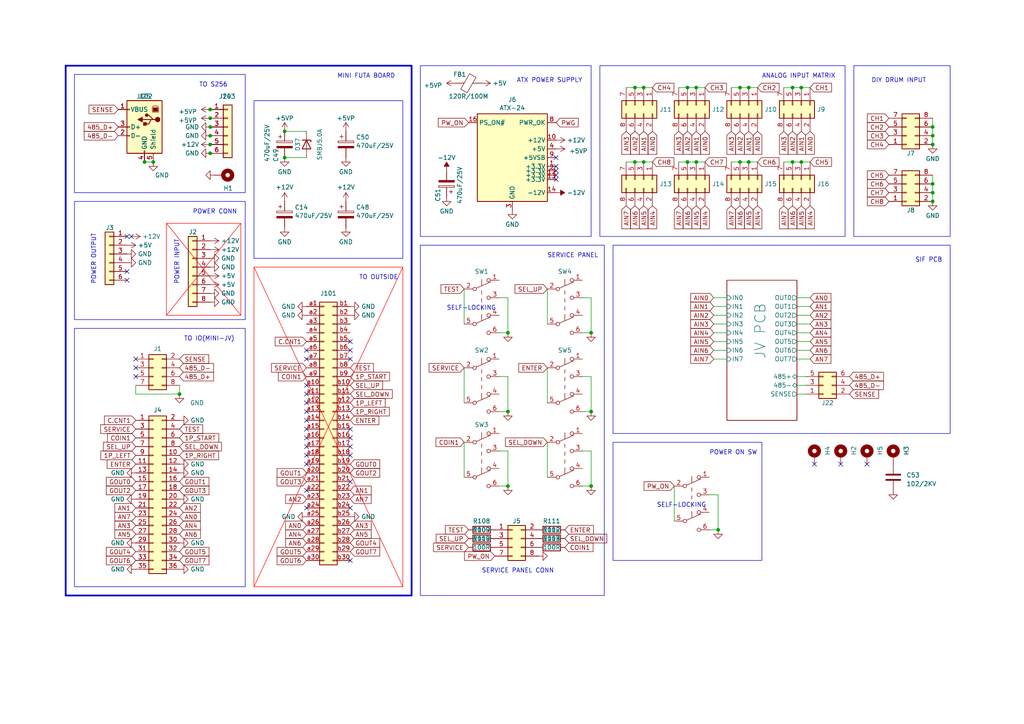
<source format=kicad_sch>
(kicad_sch (version 20230121) (generator eeschema)
  (paper "A4")
  (title_block (title "System 256 REFUTA") (date "2023-10-27") (rev "V13") (company "Analog Dragon"))
  (junction (at 229.87 46.99))
  (junction (at 201.93 46.99))
  (junction (at 60.96 31.75))
  (junction (at 171.45 140.97))
  (junction (at 199.39 25.4))
  (junction (at 171.45 119.38))
  (junction (at 52.07 114.3))
  (junction (at 82.55 38.1))
  (junction (at 82.55 45.72))
  (junction (at 147.32 119.38))
  (junction (at 60.96 39.37))
  (junction (at 270.51 53.34))
  (junction (at 184.15 25.4))
  (junction (at 270.51 58.42))
  (junction (at 229.87 25.4))
  (junction (at 199.39 46.99))
  (junction (at 214.63 46.99))
  (junction (at 270.51 36.83))
  (junction (at 217.17 46.99))
  (junction (at 232.41 46.99))
  (junction (at 201.93 25.4))
  (junction (at 270.51 41.91))
  (junction (at 60.96 41.91))
  (junction (at 44.45 46.99))
  (junction (at 270.51 55.88))
  (junction (at 147.32 96.52))
  (junction (at 171.45 96.52))
  (junction (at 184.15 46.99))
  (junction (at 41.91 46.99))
  (junction (at 186.69 25.4))
  (junction (at 270.51 39.37))
  (junction (at 208.28 153.67))
  (junction (at 186.69 46.99))
  (junction (at 60.96 34.29))
  (junction (at 214.63 25.4))
  (junction (at 217.17 25.4))
  (junction (at 147.32 140.97))
  (junction (at 60.96 36.83))
  (junction (at 232.41 25.4))
  (junction (at 60.96 44.45))
  (no_connect (at 161.29 48.26))
  (no_connect (at 88.9 132.08))
  (no_connect (at 88.9 114.3))
  (no_connect (at 36.83 81.28))
  (no_connect (at 101.6 147.32))
  (no_connect (at 236.22 134.62))
  (no_connect (at 101.6 139.7))
  (no_connect (at 161.29 50.8))
  (no_connect (at 161.29 45.72))
  (no_connect (at 88.9 104.14))
  (no_connect (at 88.9 127))
  (no_connect (at 251.46 134.62))
  (no_connect (at 101.6 127))
  (no_connect (at 101.6 162.56))
  (no_connect (at 39.37 106.68))
  (no_connect (at 39.37 104.14))
  (no_connect (at 88.9 119.38))
  (no_connect (at 88.9 121.92))
  (no_connect (at 101.6 101.6))
  (no_connect (at 243.84 134.62))
  (no_connect (at 88.9 134.62))
  (no_connect (at 88.9 111.76))
  (no_connect (at 101.6 99.06))
  (no_connect (at 38.1 68.58))
  (no_connect (at 39.37 109.22))
  (no_connect (at 101.6 104.14))
  (no_connect (at 161.29 52.07))
  (no_connect (at 88.9 142.24))
  (no_connect (at 101.6 124.46))
  (no_connect (at 88.9 129.54))
  (no_connect (at 88.9 124.46))
  (no_connect (at 101.6 132.08))
  (no_connect (at 101.6 129.54))
  (no_connect (at 88.9 147.32))
  (no_connect (at 88.9 101.6))
  (no_connect (at 88.9 116.84))
  (no_connect (at 161.29 49.53))
  (no_connect (at 36.83 68.58))
  (no_connect (at 36.83 78.74))
  (wire (pts (xy 168.91 130.81) (xy 171.45 130.81)))
  (wire (pts (xy 231.14 86.36) (xy 234.95 86.36)))
  (wire (pts (xy 270.51 34.29) (xy 270.51 36.83)))
  (wire (pts (xy 270.51 55.88) (xy 270.51 58.42)))
  (wire (pts (xy 134.62 106.68) (xy 134.62 116.84)))
  (wire (pts (xy 201.93 46.99) (xy 204.47 46.99)))
  (wire (pts (xy 227.33 46.99) (xy 229.87 46.99)))
  (wire (pts (xy 181.61 46.99) (xy 184.15 46.99)))
  (wire (pts (xy 147.32 96.52) (xy 144.78 96.52)))
  (wire (pts (xy 207.01 86.36) (xy 210.82 86.36)))
  (wire (pts (xy 214.63 25.4) (xy 217.17 25.4)))
  (wire (pts (xy 231.14 114.3) (xy 233.68 114.3)))
  (wire (pts (xy 147.32 109.22) (xy 147.32 119.38)))
  (wire (pts (xy 231.14 91.44) (xy 234.95 91.44)))
  (wire (pts (xy 207.01 101.6) (xy 210.82 101.6)))
  (wire (pts (xy 270.51 36.83) (xy 270.51 39.37)))
  (wire (pts (xy 199.39 46.99) (xy 201.93 46.99)))
  (wire (pts (xy 147.32 140.97) (xy 144.78 140.97)))
  (wire (pts (xy 144.78 86.36) (xy 147.32 86.36)))
  (wire (pts (xy 270.51 53.34) (xy 270.51 55.88)))
  (wire (pts (xy 186.69 25.4) (xy 189.23 25.4)))
  (wire (pts (xy 270.51 39.37) (xy 270.51 41.91)))
  (wire (pts (xy 171.45 96.52) (xy 168.91 96.52)))
  (polyline (pts (xy 116.84 170.18) (xy 73.66 77.47)) (stroke (width 0) (color 255 0 0 1)))
  (wire (pts (xy 205.74 143.51) (xy 208.28 143.51)))
  (wire (pts (xy 171.45 140.97) (xy 168.91 140.97)))
  (wire (pts (xy 208.28 153.67) (xy 205.74 153.67)))
  (wire (pts (xy 52.07 111.76) (xy 52.07 114.3)))
  (wire (pts (xy 134.62 128.27) (xy 134.62 138.43)))
  (wire (pts (xy 207.01 104.14) (xy 210.82 104.14)))
  (wire (pts (xy 207.01 96.52) (xy 210.82 96.52)))
  (wire (pts (xy 144.78 130.81) (xy 147.32 130.81)))
  (wire (pts (xy 229.87 46.99) (xy 232.41 46.99)))
  (wire (pts (xy 207.01 99.06) (xy 210.82 99.06)))
  (wire (pts (xy 147.32 119.38) (xy 144.78 119.38)))
  (wire (pts (xy 207.01 93.98) (xy 210.82 93.98)))
  (wire (pts (xy 231.14 96.52) (xy 234.95 96.52)))
  (wire (pts (xy 201.93 25.4) (xy 204.47 25.4)))
  (polyline (pts (xy 48.26 91.44) (xy 69.85 64.77)) (stroke (width 0) (color 255 0 0 1)))
  (wire (pts (xy 231.14 88.9) (xy 234.95 88.9)))
  (wire (pts (xy 231.14 101.6) (xy 234.95 101.6)))
  (wire (pts (xy 144.78 109.22) (xy 147.32 109.22)))
  (wire (pts (xy 186.69 46.99) (xy 189.23 46.99)))
  (wire (pts (xy 82.55 45.72) (xy 88.9 45.72)))
  (wire (pts (xy 207.01 91.44) (xy 210.82 91.44)))
  (wire (pts (xy 217.17 25.4) (xy 219.71 25.4)))
  (wire (pts (xy 232.41 25.4) (xy 234.95 25.4)))
  (wire (pts (xy 134.62 83.82) (xy 134.62 93.98)))
  (wire (pts (xy 217.17 46.99) (xy 219.71 46.99)))
  (wire (pts (xy 199.39 25.4) (xy 201.93 25.4)))
  (wire (pts (xy 171.45 86.36) (xy 171.45 96.52)))
  (wire (pts (xy 229.87 25.4) (xy 232.41 25.4)))
  (wire (pts (xy 147.32 130.81) (xy 147.32 140.97)))
  (wire (pts (xy 41.91 46.99) (xy 44.45 46.99)))
  (wire (pts (xy 270.51 50.8) (xy 270.51 53.34)))
  (wire (pts (xy 52.07 114.3) (xy 39.37 114.3)))
  (wire (pts (xy 168.91 109.22) (xy 171.45 109.22)))
  (wire (pts (xy 196.85 46.99) (xy 199.39 46.99)))
  (wire (pts (xy 212.09 25.4) (xy 214.63 25.4)))
  (wire (pts (xy 231.14 99.06) (xy 234.95 99.06)))
  (wire (pts (xy 212.09 46.99) (xy 214.63 46.99)))
  (wire (pts (xy 232.41 46.99) (xy 234.95 46.99)))
  (wire (pts (xy 227.33 25.4) (xy 229.87 25.4)))
  (wire (pts (xy 171.45 109.22) (xy 171.45 119.38)))
  (wire (pts (xy 181.61 25.4) (xy 184.15 25.4)))
  (wire (pts (xy 195.58 140.97) (xy 195.58 151.13)))
  (wire (pts (xy 184.15 46.99) (xy 186.69 46.99)))
  (wire (pts (xy 147.32 86.36) (xy 147.32 96.52)))
  (wire (pts (xy 207.01 88.9) (xy 210.82 88.9)))
  (wire (pts (xy 184.15 25.4) (xy 186.69 25.4)))
  (wire (pts (xy 171.45 130.81) (xy 171.45 140.97)))
  (wire (pts (xy 171.45 119.38) (xy 168.91 119.38)))
  (wire (pts (xy 88.9 38.1) (xy 82.55 38.1)))
  (wire (pts (xy 158.75 128.27) (xy 158.75 138.43)))
  (wire (pts (xy 39.37 114.3) (xy 39.37 111.76)))
  (polyline (pts (xy 69.85 91.44) (xy 48.26 64.77)) (stroke (width 0) (color 255 0 0 1)))
  (wire (pts (xy 208.28 143.51) (xy 208.28 153.67)))
  (wire (pts (xy 214.63 46.99) (xy 217.17 46.99)))
  (polyline (pts (xy 73.66 170.18) (xy 116.84 77.47)) (stroke (width 0) (color 255 0 0 1)))
  (wire (pts (xy 231.14 111.76) (xy 233.68 111.76)))
  (wire (pts (xy 168.91 86.36) (xy 171.45 86.36)))
  (wire (pts (xy 196.85 25.4) (xy 199.39 25.4)))
  (wire (pts (xy 231.14 109.22) (xy 233.68 109.22)))
  (wire (pts (xy 231.14 104.14) (xy 234.95 104.14)))
  (wire (pts (xy 158.75 83.82) (xy 158.75 93.98)))
  (wire (pts (xy 158.75 106.68) (xy 158.75 116.84)))
  (wire (pts (xy 231.14 93.98) (xy 234.95 93.98)))
  (rectangle (start 173.99 19.05) (end 245.11 68.58))
  (rectangle (start 21.59 58.42) (end 71.12 92.71))
  (rectangle (start 73.66 29.21) (end 116.84 74.93))
  (rectangle (start 48.26 64.77) (end 69.85 91.44) (stroke (width 0) (color 255 0 0 1)))
  (rectangle (start 121.92 71.12) (end 175.26 172.72))
  (rectangle (start 247.65 19.05) (end 275.59 68.58))
  (rectangle (start 177.8 128.27) (end 220.98 162.56))
  (rectangle (start 19.05 19.05) (end 119.38 172.72) (stroke (width 0.5)))
  (rectangle (start 121.92 19.05) (end 171.45 68.58))
  (rectangle (start 21.59 21.59) (end 71.12 55.88))
  (rectangle (start 21.59 95.25) (end 71.12 170.18))
  (rectangle (start 73.66 77.47) (end 116.84 170.18) (stroke (width 0) (color 255 0 0 1)))
  (rectangle (start 177.8 71.12) (end 275.59 125.73))
  (text "SERVICE PANEL CONN" (at 139.7 166.37 0) (effects (font (size 1.27 1.27)) (justify left bottom)))
  (text "DIY DRUM INPUT" (at 252.73 24.13 0) (effects (font (size 1.27 1.27)) (justify left bottom)))
  (text "SERVICE PANEL" (at 158.75 74.93 0) (effects (font (size 1.27 1.27)) (justify left bottom)))
  (text "ANALOG INPUT MATRIX" (at 220.98 22.86 0) (effects (font (size 1.27 1.27)) (justify left bottom)))
  (text "SELF-LOCKING" (at 129.54 90.17 0) (effects (font (size 1.27 1.27)) (justify left bottom)))
  (text "TO S256" (at 66.04 25.4 0) (effects (font (size 1.27 1.27)) (justify right bottom)))
  (text "SIF PCB" (at 265.43 76.2 0) (effects (font (size 1.27 1.27)) (justify left bottom)))
  (text "MINI FUTA BOARD" (at 97.79 22.86 0) (effects (font (size 1.27 1.27)) (justify left bottom)))
  (text "POWER OUTPUT" (at 27.94 82.55 90) (effects (font (size 1.27 1.27)) (justify left bottom)))
  (text "SELF-LOCKING" (at 190.5 147.32 0) (effects (font (size 1.27 1.27)) (justify left bottom)))
  (text "TO OUTSIDE" (at 104.14 81.28 0) (effects (font (size 1.27 1.27)) (justify left bottom)))
  (text "TO IO(MINI-JV)" (at 53.34 99.06 0) (effects (font (size 1.27 1.27)) (justify left bottom)))
  (text "POWER CONN" (at 55.88 62.23 0) (effects (font (size 1.27 1.27)) (justify left bottom)))
  (text "ATX POWER SUPPLY" (at 149.86 24.13 0) (effects (font (size 1.27 1.27)) (justify left bottom)))
  (text "POWER INPUT" (at 52.07 82.55 90) (effects (font (size 1.27 1.27)) (justify left bottom)))
  (text "POWER ON SW" (at 205.74 132.08 0) (effects (font (size 1.27 1.27)) (justify left bottom)))
  (global_label "AIN5" (shape input) (at 207.01 99.06 180) (property "Intersheetrefs" "${INTERSHEET_REFS}" (effects hide)))
  (global_label "TEST" (shape input) (at 135.89 153.67 180) (property "Intersheetrefs" "${INTERSHEET_REFS}" (effects hide)))
  (global_label "GOUT7" (shape input) (at 52.07 162.56 0) (property "Intersheetrefs" "${INTERSHEET_REFS}" (effects hide)))
  (global_label "AIN6" (shape input) (at 229.87 59.69 270) (property "Intersheetrefs" "${INTERSHEET_REFS}" (effects hide)))
  (global_label "SEL_UP" (shape input) (at 101.6 111.76 0) (property "Intersheetrefs" "${INTERSHEET_REFS}" (effects hide)))
  (global_label "AN6" (shape input) (at 234.95 101.6 0) (property "Intersheetrefs" "${INTERSHEET_REFS}" (effects hide)))
  (global_label "AIN1" (shape input) (at 207.01 88.9 180) (property "Intersheetrefs" "${INTERSHEET_REFS}" (effects hide)))
  (global_label "CH3" (shape input) (at 204.47 25.4 0) (property "Intersheetrefs" "${INTERSHEET_REFS}" (effects hide)))
  (global_label "AN3" (shape input) (at 101.6 152.4 0) (property "Intersheetrefs" "${INTERSHEET_REFS}" (effects hide)))
  (global_label "SERVICE" (shape input) (at 134.62 106.68 180) (property "Intersheetrefs" "${INTERSHEET_REFS}" (effects hide)))
  (global_label "AN5" (shape input) (at 101.6 154.94 0) (property "Intersheetrefs" "${INTERSHEET_REFS}" (effects hide)))
  (global_label "AIN0" (shape input) (at 234.95 38.1 270) (property "Intersheetrefs" "${INTERSHEET_REFS}" (effects hide)))
  (global_label "GOUT1" (shape input) (at 88.9 137.16 180) (property "Intersheetrefs" "${INTERSHEET_REFS}" (effects hide)))
  (global_label "AIN0" (shape input) (at 204.47 38.1 270) (property "Intersheetrefs" "${INTERSHEET_REFS}" (effects hide)))
  (global_label "AIN6" (shape input) (at 184.15 59.69 270) (property "Intersheetrefs" "${INTERSHEET_REFS}" (effects hide)))
  (global_label "COIN1" (shape input) (at 134.62 128.27 180) (property "Intersheetrefs" "${INTERSHEET_REFS}" (effects hide)))
  (global_label "COIN1" (shape input) (at 163.83 158.75 0) (property "Intersheetrefs" "${INTERSHEET_REFS}" (effects hide)))
  (global_label "SENSE" (shape input) (at 34.29 31.75 180) (property "Intersheetrefs" "${INTERSHEET_REFS}" (effects hide)))
  (global_label "SERVICE" (shape input) (at 88.9 106.68 180) (property "Intersheetrefs" "${INTERSHEET_REFS}" (effects hide)))
  (global_label "1P_START" (shape input) (at 101.6 109.22 0) (property "Intersheetrefs" "${INTERSHEET_REFS}" (effects hide)))
  (global_label "AIN2" (shape input) (at 207.01 91.44 180) (property "Intersheetrefs" "${INTERSHEET_REFS}" (effects hide)))
  (global_label "ENTER" (shape input) (at 163.83 153.67 0) (property "Intersheetrefs" "${INTERSHEET_REFS}" (effects hide)))
  (global_label "AIN6" (shape input) (at 214.63 59.69 270) (property "Intersheetrefs" "${INTERSHEET_REFS}" (effects hide)))
  (global_label "ENTER" (shape input) (at 39.37 134.62 180) (property "Intersheetrefs" "${INTERSHEET_REFS}" (effects hide)))
  (global_label "485_D+" (shape input) (at 34.29 36.83 180) (property "Intersheetrefs" "${INTERSHEET_REFS}" (effects hide)))
  (global_label "AN7" (shape input) (at 234.95 104.14 0) (property "Intersheetrefs" "${INTERSHEET_REFS}" (effects hide)))
  (global_label "CH6" (shape input) (at 257.81 53.34 180) (property "Intersheetrefs" "${INTERSHEET_REFS}" (effects hide)))
  (global_label "GOUT2" (shape input) (at 101.6 137.16 0) (property "Intersheetrefs" "${INTERSHEET_REFS}" (effects hide)))
  (global_label "SERVICE" (shape input) (at 39.37 124.46 180) (property "Intersheetrefs" "${INTERSHEET_REFS}" (effects hide)))
  (global_label "AIN4" (shape input) (at 207.01 96.52 180) (property "Intersheetrefs" "${INTERSHEET_REFS}" (effects hide)))
  (global_label "AIN7" (shape input) (at 181.61 59.69 270) (property "Intersheetrefs" "${INTERSHEET_REFS}" (effects hide)))
  (global_label "SEL_UP" (shape input) (at 39.37 129.54 180) (property "Intersheetrefs" "${INTERSHEET_REFS}" (effects hide)))
  (global_label "CH3" (shape input) (at 257.81 39.37 180) (property "Intersheetrefs" "${INTERSHEET_REFS}" (effects hide)))
  (global_label "485_D+" (shape input) (at 52.07 109.22 0) (property "Intersheetrefs" "${INTERSHEET_REFS}" (effects hide)))
  (global_label "AIN7" (shape input) (at 207.01 104.14 180) (property "Intersheetrefs" "${INTERSHEET_REFS}" (effects hide)))
  (global_label "C.CNT1" (shape input) (at 39.37 121.92 180) (property "Intersheetrefs" "${INTERSHEET_REFS}" (effects hide)))
  (global_label "GOUT7" (shape input) (at 101.6 160.02 0) (property "Intersheetrefs" "${INTERSHEET_REFS}" (effects hide)))
  (global_label "AN6" (shape input) (at 88.9 157.48 180) (property "Intersheetrefs" "${INTERSHEET_REFS}" (effects hide)))
  (global_label "PW_ON" (shape input) (at 143.51 161.29 180) (property "Intersheetrefs" "${INTERSHEET_REFS}" (effects hide)))
  (global_label "AIN5" (shape input) (at 232.41 59.69 270) (property "Intersheetrefs" "${INTERSHEET_REFS}" (effects hide)))
  (global_label "AIN4" (shape input) (at 204.47 59.69 270) (property "Intersheetrefs" "${INTERSHEET_REFS}" (effects hide)))
  (global_label "GOUT5" (shape input) (at 52.07 160.02 0) (property "Intersheetrefs" "${INTERSHEET_REFS}" (effects hide)))
  (global_label "AIN7" (shape input) (at 196.85 59.69 270) (property "Intersheetrefs" "${INTERSHEET_REFS}" (effects hide)))
  (global_label "SEL_DOWN" (shape input) (at 163.83 156.21 0) (property "Intersheetrefs" "${INTERSHEET_REFS}" (effects hide)))
  (global_label "SEL_DOWN" (shape input) (at 101.6 114.3 0) (property "Intersheetrefs" "${INTERSHEET_REFS}" (effects hide)))
  (global_label "AIN1" (shape input) (at 201.93 38.1 270) (property "Intersheetrefs" "${INTERSHEET_REFS}" (effects hide)))
  (global_label "GOUT6" (shape input) (at 88.9 162.56 180) (property "Intersheetrefs" "${INTERSHEET_REFS}" (effects hide)))
  (global_label "CH7" (shape input) (at 257.81 55.88 180) (property "Intersheetrefs" "${INTERSHEET_REFS}" (effects hide)))
  (global_label "AIN6" (shape input) (at 199.39 59.69 270) (property "Intersheetrefs" "${INTERSHEET_REFS}" (effects hide)))
  (global_label "AIN7" (shape input) (at 212.09 59.69 270) (property "Intersheetrefs" "${INTERSHEET_REFS}" (effects hide)))
  (global_label "AN0" (shape input) (at 52.07 149.86 0) (property "Intersheetrefs" "${INTERSHEET_REFS}" (effects hide)))
  (global_label "AN1" (shape input) (at 39.37 147.32 180) (property "Intersheetrefs" "${INTERSHEET_REFS}" (effects hide)))
  (global_label "AIN2" (shape input) (at 214.63 38.1 270) (property "Intersheetrefs" "${INTERSHEET_REFS}" (effects hide)))
  (global_label "AIN3" (shape input) (at 181.61 38.1 270) (property "Intersheetrefs" "${INTERSHEET_REFS}" (effects hide)))
  (global_label "GOUT3" (shape input) (at 52.07 142.24 0) (property "Intersheetrefs" "${INTERSHEET_REFS}" (effects hide)))
  (global_label "CH6" (shape input) (at 219.71 46.99 0) (property "Intersheetrefs" "${INTERSHEET_REFS}" (effects hide)))
  (global_label "GOUT4" (shape input) (at 101.6 157.48 0) (property "Intersheetrefs" "${INTERSHEET_REFS}" (effects hide)))
  (global_label "AIN5" (shape input) (at 186.69 59.69 270) (property "Intersheetrefs" "${INTERSHEET_REFS}" (effects hide)))
  (global_label "TEST" (shape input) (at 52.07 124.46 0) (property "Intersheetrefs" "${INTERSHEET_REFS}" (effects hide)))
  (global_label "AN0" (shape input) (at 234.95 86.36 0) (property "Intersheetrefs" "${INTERSHEET_REFS}" (effects hide)))
  (global_label "CH1" (shape input) (at 257.81 34.29 180) (property "Intersheetrefs" "${INTERSHEET_REFS}" (effects hide)))
  (global_label "GOUT2" (shape input) (at 39.37 142.24 180) (property "Intersheetrefs" "${INTERSHEET_REFS}" (effects hide)))
  (global_label "GOUT5" (shape input) (at 88.9 160.02 180) (property "Intersheetrefs" "${INTERSHEET_REFS}" (effects hide)))
  (global_label "CH8" (shape input) (at 257.81 58.42 180) (property "Intersheetrefs" "${INTERSHEET_REFS}" (effects hide)))
  (global_label "485_D-" (shape input) (at 246.38 111.76 0) (property "Intersheetrefs" "${INTERSHEET_REFS}" (effects hide)))
  (global_label "C.CNT1" (shape input) (at 88.9 99.06 180) (property "Intersheetrefs" "${INTERSHEET_REFS}" (effects hide)))
  (global_label "CH7" (shape input) (at 204.47 46.99 0) (property "Intersheetrefs" "${INTERSHEET_REFS}" (effects hide)))
  (global_label "1P_LEFT" (shape input) (at 101.6 116.84 0) (property "Intersheetrefs" "${INTERSHEET_REFS}" (effects hide)))
  (global_label "AIN7" (shape input) (at 227.33 59.69 270) (property "Intersheetrefs" "${INTERSHEET_REFS}" (effects hide)))
  (global_label "AN1" (shape input) (at 101.6 142.24 0) (property "Intersheetrefs" "${INTERSHEET_REFS}" (effects hide)))
  (global_label "CH4" (shape input) (at 257.81 41.91 180) (property "Intersheetrefs" "${INTERSHEET_REFS}" (effects hide)))
  (global_label "AIN5" (shape input) (at 201.93 59.69 270) (property "Intersheetrefs" "${INTERSHEET_REFS}" (effects hide)))
  (global_label "SENSE" (shape input) (at 52.07 104.14 0) (property "Intersheetrefs" "${INTERSHEET_REFS}" (effects hide)))
  (global_label "COIN1" (shape input) (at 39.37 127 180) (property "Intersheetrefs" "${INTERSHEET_REFS}" (effects hide)))
  (global_label "AIN3" (shape input) (at 207.01 93.98 180) (property "Intersheetrefs" "${INTERSHEET_REFS}" (effects hide)))
  (global_label "ENTER" (shape input) (at 101.6 121.92 0) (property "Intersheetrefs" "${INTERSHEET_REFS}" (effects hide)))
  (global_label "AN1" (shape input) (at 234.95 88.9 0) (property "Intersheetrefs" "${INTERSHEET_REFS}" (effects hide)))
  (global_label "CH2" (shape input) (at 219.71 25.4 0) (property "Intersheetrefs" "${INTERSHEET_REFS}" (effects hide)))
  (global_label "GOUT4" (shape input) (at 39.37 160.02 180) (property "Intersheetrefs" "${INTERSHEET_REFS}" (effects hide)))
  (global_label "AIN5" (shape input) (at 217.17 59.69 270) (property "Intersheetrefs" "${INTERSHEET_REFS}" (effects hide)))
  (global_label "AN4" (shape input) (at 52.07 152.4 0) (property "Intersheetrefs" "${INTERSHEET_REFS}" (effects hide)))
  (global_label "AIN0" (shape input) (at 219.71 38.1 270) (property "Intersheetrefs" "${INTERSHEET_REFS}" (effects hide)))
  (global_label "AN2" (shape input) (at 52.07 147.32 0) (property "Intersheetrefs" "${INTERSHEET_REFS}" (effects hide)))
  (global_label "AN2" (shape input) (at 88.9 144.78 180) (property "Intersheetrefs" "${INTERSHEET_REFS}" (effects hide)))
  (global_label "485_D-" (shape input) (at 52.07 106.68 0) (property "Intersheetrefs" "${INTERSHEET_REFS}" (effects hide)))
  (global_label "AN5" (shape input) (at 39.37 154.94 180) (property "Intersheetrefs" "${INTERSHEET_REFS}" (effects hide)))
  (global_label "CH2" (shape input) (at 257.81 36.83 180) (property "Intersheetrefs" "${INTERSHEET_REFS}" (effects hide)))
  (global_label "AN3" (shape input) (at 234.95 93.98 0) (property "Intersheetrefs" "${INTERSHEET_REFS}" (effects hide)))
  (global_label "SEL_UP" (shape input) (at 158.75 83.82 180) (property "Intersheetrefs" "${INTERSHEET_REFS}" (effects hide)))
  (global_label "AIN1" (shape input) (at 186.69 38.1 270) (property "Intersheetrefs" "${INTERSHEET_REFS}" (effects hide)))
  (global_label "GOUT0" (shape input) (at 39.37 139.7 180) (property "Intersheetrefs" "${INTERSHEET_REFS}" (effects hide)))
  (global_label "AIN2" (shape input) (at 184.15 38.1 270) (property "Intersheetrefs" "${INTERSHEET_REFS}" (effects hide)))
  (global_label "GOUT3" (shape input) (at 88.9 139.7 180) (property "Intersheetrefs" "${INTERSHEET_REFS}" (effects hide)))
  (global_label "CH8" (shape input) (at 189.23 46.99 0) (property "Intersheetrefs" "${INTERSHEET_REFS}" (effects hide)))
  (global_label "485_D+" (shape input) (at 246.38 109.22 0) (property "Intersheetrefs" "${INTERSHEET_REFS}" (effects hide)))
  (global_label "SENSE" (shape input) (at 246.38 114.3 0) (property "Intersheetrefs" "${INTERSHEET_REFS}" (effects hide)))
  (global_label "AIN0" (shape input) (at 207.01 86.36 180) (property "Intersheetrefs" "${INTERSHEET_REFS}" (effects hide)))
  (global_label "AIN2" (shape input) (at 199.39 38.1 270) (property "Intersheetrefs" "${INTERSHEET_REFS}" (effects hide)))
  (global_label "AN4" (shape input) (at 88.9 154.94 180) (property "Intersheetrefs" "${INTERSHEET_REFS}" (effects hide)))
  (global_label "CH5" (shape input) (at 257.81 50.8 180) (property "Intersheetrefs" "${INTERSHEET_REFS}" (effects hide)))
  (global_label "485_D-" (shape input) (at 34.29 39.37 180) (property "Intersheetrefs" "${INTERSHEET_REFS}" (effects hide)))
  (global_label "AN7" (shape input) (at 39.37 149.86 180) (property "Intersheetrefs" "${INTERSHEET_REFS}" (effects hide)))
  (global_label "COIN1" (shape input) (at 88.9 109.22 180) (property "Intersheetrefs" "${INTERSHEET_REFS}" (effects hide)))
  (global_label "1P_RIGHT" (shape input) (at 101.6 119.38 0) (property "Intersheetrefs" "${INTERSHEET_REFS}" (effects hide)))
  (global_label "GOUT6" (shape input) (at 39.37 162.56 180) (property "Intersheetrefs" "${INTERSHEET_REFS}" (effects hide)))
  (global_label "AIN1" (shape input) (at 217.17 38.1 270) (property "Intersheetrefs" "${INTERSHEET_REFS}" (effects hide)))
  (global_label "SERVICE" (shape input) (at 135.89 158.75 180) (property "Intersheetrefs" "${INTERSHEET_REFS}" (effects hide)))
  (global_label "ENTER" (shape input) (at 158.75 106.68 180) (property "Intersheetrefs" "${INTERSHEET_REFS}" (effects hide)))
  (global_label "1P_START" (shape input) (at 52.07 127 0) (property "Intersheetrefs" "${INTERSHEET_REFS}" (effects hide)))
  (global_label "AN3" (shape input) (at 39.37 152.4 180) (property "Intersheetrefs" "${INTERSHEET_REFS}" (effects hide)))
  (global_label "AIN3" (shape input) (at 196.85 38.1 270) (property "Intersheetrefs" "${INTERSHEET_REFS}" (effects hide)))
  (global_label "PW_ON" (shape input) (at 195.58 140.97 180) (property "Intersheetrefs" "${INTERSHEET_REFS}" (effects hide)))
  (global_label "AIN2" (shape input) (at 229.87 38.1 270) (property "Intersheetrefs" "${INTERSHEET_REFS}" (effects hide)))
  (global_label "GOUT0" (shape input) (at 101.6 134.62 0) (property "Intersheetrefs" "${INTERSHEET_REFS}" (effects hide)))
  (global_label "SEL_DOWN" (shape input) (at 52.07 129.54 0) (property "Intersheetrefs" "${INTERSHEET_REFS}" (effects hide)))
  (global_label "AIN3" (shape input) (at 212.09 38.1 270) (property "Intersheetrefs" "${INTERSHEET_REFS}" (effects hide)))
  (global_label "CH5" (shape input) (at 234.95 46.99 0) (property "Intersheetrefs" "${INTERSHEET_REFS}" (effects hide)))
  (global_label "1P_RIGHT" (shape input) (at 52.07 132.08 0) (property "Intersheetrefs" "${INTERSHEET_REFS}" (effects hide)))
  (global_label "AIN0" (shape input) (at 189.23 38.1 270) (property "Intersheetrefs" "${INTERSHEET_REFS}" (effects hide)))
  (global_label "AN4" (shape input) (at 234.95 96.52 0) (property "Intersheetrefs" "${INTERSHEET_REFS}" (effects hide)))
  (global_label "1P_LEFT" (shape input) (at 39.37 132.08 180) (property "Intersheetrefs" "${INTERSHEET_REFS}" (effects hide)))
  (global_label "PW_ON" (shape input) (at 135.89 35.56 180) (property "Intersheetrefs" "${INTERSHEET_REFS}" (effects hide)))
  (global_label "SEL_DOWN" (shape input) (at 158.75 128.27 180) (property "Intersheetrefs" "${INTERSHEET_REFS}" (effects hide)))
  (global_label "AN0" (shape input) (at 88.9 152.4 180) (property "Intersheetrefs" "${INTERSHEET_REFS}" (effects hide)))
  (global_label "PWG" (shape input) (at 161.29 35.56 0) (property "Intersheetrefs" "${INTERSHEET_REFS}" (effects hide)))
  (global_label "GOUT1" (shape input) (at 52.07 139.7 0) (property "Intersheetrefs" "${INTERSHEET_REFS}" (effects hide)))
  (global_label "AIN4" (shape input) (at 219.71 59.69 270) (property "Intersheetrefs" "${INTERSHEET_REFS}" (effects hide)))
  (global_label "AN7" (shape input) (at 101.6 144.78 0) (property "Intersheetrefs" "${INTERSHEET_REFS}" (effects hide)))
  (global_label "AIN3" (shape input) (at 227.33 38.1 270) (property "Intersheetrefs" "${INTERSHEET_REFS}" (effects hide)))
  (global_label "AN5" (shape input) (at 234.95 99.06 0) (property "Intersheetrefs" "${INTERSHEET_REFS}" (effects hide)))
  (global_label "AN6" (shape input) (at 52.07 154.94 0) (property "Intersheetrefs" "${INTERSHEET_REFS}" (effects hide)))
  (global_label "AIN6" (shape input) (at 207.01 101.6 180) (property "Intersheetrefs" "${INTERSHEET_REFS}" (effects hide)))
  (global_label "TEST" (shape input) (at 134.62 83.82 180) (property "Intersheetrefs" "${INTERSHEET_REFS}" (effects hide)))
  (global_label "SEL_UP" (shape input) (at 135.89 156.21 180) (property "Intersheetrefs" "${INTERSHEET_REFS}" (effects hide)))
  (global_label "AIN4" (shape input) (at 189.23 59.69 270) (property "Intersheetrefs" "${INTERSHEET_REFS}" (effects hide)))
  (global_label "AIN1" (shape input) (at 232.41 38.1 270) (property "Intersheetrefs" "${INTERSHEET_REFS}" (effects hide)))
  (global_label "CH1" (shape input) (at 234.95 25.4 0) (property "Intersheetrefs" "${INTERSHEET_REFS}" (effects hide)))
  (global_label "AIN4" (shape input) (at 234.95 59.69 270) (property "Intersheetrefs" "${INTERSHEET_REFS}" (effects hide)))
  (global_label "AN2" (shape input) (at 234.95 91.44 0) (property "Intersheetrefs" "${INTERSHEET_REFS}" (effects hide)))
  (global_label "TEST" (shape input) (at 101.6 106.68 0) (property "Intersheetrefs" "${INTERSHEET_REFS}" (effects hide)))
  (global_label "CH4" (shape input) (at 189.23 25.4 0) (property "Intersheetrefs" "${INTERSHEET_REFS}" (effects hide)))
  (symbol (lib_id "Switch:SW_Push_DPDT") (at 163.83 133.35 0) (unit 1)
    (property "Reference" "SW6" (effects hide))
    (property "Value" "SW_Push_DPDT" (effects hide))
    (property "Footprint" "NewLib:switch_6x6" (effects hide))
  )
  (symbol (lib_id "Connector_Generic:Conn_02x18_Odd_Even") (at 44.45 142.24 0) (unit 1)
    (property "Reference" "J4" (at 45.72 118.9299 0))
    (property "Value" "Conn_02x18_Odd_Even" (effects hide))
    (property "Footprint" "NewLib:B36B-XADSS-N-A" (effects hide))
  )
  (symbol (lib_id "Device:C_Polarized") (at 129.54 53.34 180) (unit 1)
    (property "Reference" "C51" (at 127 54.61 90) (effects (justify left)))
    (property "Value" "470uF/25V" (at 133.35 48.26 90) (effects (justify left)))
    (property "Footprint" "Capacitor_THT:CP_Radial_D8.0mm_P3.50mm" (effects hide))
  )
  (symbol (lib_id "power:+5V") (at 60.96 82.55 270) (mirror x) (unit 1)
    (property "Reference" "#PWR018" (effects hide))
    (property "Value" "+5V" (at 64.1349 82.55 90) (effects (justify left)))
  )
  (symbol (lib_id "power:GND") (at 52.07 157.48 90) (mirror x) (unit 1)
    (property "Reference" "#PWR032" (effects hide))
    (property "Value" "GND" (at 55.245 157.48 90) (effects (justify right)))
  )
  (symbol (lib_id "power:+12V") (at 60.96 72.39 270) (mirror x) (unit 1)
    (property "Reference" "#PWR012" (effects hide))
    (property "Value" "+12V" (at 64.135 72.39 90) (effects (justify left)))
  )
  (symbol (lib_id "power:+12V") (at 100.33 58.42 0) (mirror y) (unit 1)
    (property "Reference" "#PWR0160" (effects hide))
    (property "Value" "+12V" (at 100.33 54.2869 0))
  )
  (symbol (lib_id "Device:C_Polarized") (at 100.33 41.91 0) (unit 1)
    (property "Reference" "C50" (at 103.251 39.8089 0) (effects (justify left)))
    (property "Value" "470uF/25V" (at 103.251 42.2331 0) (effects (justify left)))
    (property "Footprint" "Capacitor_THT:CP_Radial_D8.0mm_P3.50mm" (effects hide))
  )
  (symbol (lib_id "power:GND") (at 270.51 58.42 0) (unit 1)
    (property "Reference" "#PWR05" (effects hide))
    (property "Value" "GND" (at 270.51 62.5531 0))
  )
  (symbol (lib_id "power:+12V") (at 82.55 58.42 0) (mirror y) (unit 1)
    (property "Reference" "#PWR0153" (effects hide))
    (property "Value" "+12V" (at 82.55 54.2869 0))
  )
  (symbol (lib_id "Connector_Generic:Conn_02x04_Odd_Even") (at 262.89 39.37 0) (mirror x) (unit 1)
    (property "Reference" "J7" (at 264.16 44.45 0))
    (property "Value" "Conn_02x04_Counter_Clockwise" (effects hide))
    (property "Footprint" "Connector_IDC:IDC-Header_2x04_P2.54mm_Vertical" (effects hide))
  )
  (symbol (lib_id "power:GND") (at 171.45 96.52 0) (unit 1)
    (property "Reference" "#PWR044" (effects hide))
    (property "Value" "GND" (effects hide))
  )
  (symbol (lib_id "power:GND") (at 88.9 88.9 270) (mirror x) (unit 1)
    (property "Reference" "#PWR035" (effects hide))
    (property "Value" "GND" (at 85.7251 88.9 90) (effects (justify right)))
  )
  (symbol (lib_id "Connector_Generic:Conn_02x30_Row_Letter_First") (at 93.98 124.46 0) (unit 1) (in_bom no) (on_board no)
    (property "Reference" "J101" (at 95.25 85.09 0))
    (property "Value" "Conn_02x30_Row_Letter_First" (effects hide))
    (property "Footprint" "Connector_IDC:IDC-Header_2x30_P2.54mm_Latch6.5mm_Vertical" (effects hide))
  )
  (symbol (lib_id "Device:R") (at 160.02 156.21 90) (unit 1)
    (property "Reference" "R112" (at 162.56 153.67 90) (effects (justify left)))
    (property "Value" "100R" (at 162.56 156.21 90) (effects (justify left)))
    (property "Footprint" "Resistor_SMD:R_0603_1608Metric" (effects hide))
  )
  (symbol (lib_id "Mechanical:MountingHole_Pad") (at 243.84 132.08 0) (unit 1)
    (property "Reference" "H2" (at 247.65 132.08 90) (effects (justify left)))
    (property "Value" "MINI-JV" (effects hide))
    (property "Footprint" "MountingHole:MountingHole_3.2mm_M3_DIN965_Pad" (effects hide))
  )
  (symbol (lib_id "Mechanical:MountingHole_Pad") (at 259.08 132.08 0) (unit 1)
    (property "Reference" "H3" (at 262.89 132.08 90) (effects (justify left)))
    (property "Value" "MINI-JV" (effects hide))
    (property "Footprint" "MountingHole:MountingHole_3.2mm_M3_DIN965_Pad" (effects hide))
  )
  (symbol (lib_id "Connector_Generic:Conn_02x04_Odd_Even") (at 201.93 30.48 270) (unit 1)
    (property "Reference" "J12" (at 206.502 31.75 90) (effects (justify left)))
    (property "Value" "Conn_02x04_Counter_Clockwise" (effects hide))
    (property "Footprint" "Connector_PinHeader_2.54mm:PinHeader_2x04_P2.54mm_Vertical" (effects hide))
  )
  (symbol (lib_id "power:GND") (at 156.21 161.29 90) (unit 1)
    (property "Reference" "#PWR048" (effects hide))
    (property "Value" "GND" (effects hide))
  )
  (symbol (lib_id "Switch:SW_Push_DPDT") (at 139.7 88.9 0) (unit 1)
    (property "Reference" "SW1" (at 139.7 78.74 0))
    (property "Value" "SW_Push_DPDT" (effects hide))
    (property "Footprint" "NewLib:switch_6x6" (effects hide))
  )
  (symbol (lib_id "power:-12V") (at 161.29 55.88 270) (unit 1)
    (property "Reference" "#PWR0195" (effects hide))
    (property "Value" "-12V" (at 164.465 55.88 90) (effects (justify left)))
  )
  (symbol (lib_id "power:GND") (at 100.33 45.72 0) (mirror y) (unit 1)
    (property "Reference" "#PWR0166" (effects hide))
    (property "Value" "GND" (at 100.33 49.8531 0))
  )
  (symbol (lib_id "Connector_Generic:Conn_02x04_Odd_Even") (at 44.45 106.68 0) (unit 1)
    (property "Reference" "J1" (at 45.72 101.1499 0))
    (property "Value" "Conn_02x04_Odd_Even" (effects hide))
    (property "Footprint" "NewLib:B08B-XADSS-N-A" (effects hide))
  )
  (symbol (lib_id "Connector:ATX-24") (at 148.59 45.72 0) (unit 1)
    (property "Reference" "J6" (at 148.59 28.8757 0))
    (property "Value" "ATX-24" (at 148.59 31.2999 0))
    (property "Footprint" "NewLib:5557-2x12" (effects hide))
    (property "Datasheet" "https://www.intel.com/content/dam/www/public/us/en/documents/guides/power-supply-design-guide-june.pdf#page=33" (effects hide))
  )
  (symbol (lib_id "power:GND") (at 88.9 91.44 270) (mirror x) (unit 1)
    (property "Reference" "#PWR036" (effects hide))
    (property "Value" "GND" (at 85.7251 91.44 90) (effects (justify right)))
  )
  (symbol (lib_id "power:+5VP") (at 60.96 34.29 90) (unit 1)
    (property "Reference" "#PWR0102" (effects hide))
    (property "Value" "+5VP" (at 57.15 34.925 90) (effects (justify left)))
  )
  (symbol (lib_id "Device:R") (at 139.7 158.75 90) (unit 1)
    (property "Reference" "R110" (at 142.24 156.21 90) (effects (justify left)))
    (property "Value" "100R" (at 142.24 158.75 90) (effects (justify left)))
    (property "Footprint" "Resistor_SMD:R_0603_1608Metric" (effects hide))
  )
  (symbol (lib_id "Connector_Generic:Conn_02x04_Odd_Even") (at 232.41 52.07 270) (unit 1)
    (property "Reference" "J16" (at 236.982 53.34 90) (effects (justify left)))
    (property "Value" "Conn_02x04_Counter_Clockwise" (effects hide))
    (property "Footprint" "Connector_PinHeader_2.54mm:PinHeader_2x04_P2.54mm_Vertical" (effects hide))
  )
  (symbol (lib_id "Connector_Generic:Conn_02x04_Odd_Even") (at 232.41 30.48 270) (unit 1)
    (property "Reference" "J9" (at 236.982 31.75 90) (effects (justify left)))
    (property "Value" "Conn_02x04_Counter_Clockwise" (effects hide))
    (property "Footprint" "Connector_PinHeader_2.54mm:PinHeader_2x04_P2.54mm_Vertical" (effects hide))
  )
  (symbol (lib_id "Connector:USB_B") (at 41.91 36.83 0) (mirror y) (unit 1)
    (property "Reference" "J102" (at 41.91 27.94 0))
    (property "Value" "USB_B" (effects hide))
    (property "Footprint" "Connector_USB:USB_B_TE_5787834_Vertical" (effects hide))
    (property "Datasheet" " ~" (effects hide))
  )
  (symbol (lib_id "power:GND") (at 39.37 144.78 270) (mirror x) (unit 1)
    (property "Reference" "#PWR029" (effects hide))
    (property "Value" "GND" (at 36.1951 144.78 90) (effects (justify right)))
  )
  (symbol (lib_id "power:+5V") (at 36.83 71.12 270) (mirror x) (unit 1)
    (property "Reference" "#PWR021" (effects hide))
    (property "Value" "+5V" (at 40.0049 71.12 90) (effects (justify left)))
  )
  (symbol (lib_id "Switch:SW_Push_DPDT") (at 163.83 111.76 0) (unit 1)
    (property "Reference" "SW5" (at 163.83 101.6 0))
    (property "Value" "SW_Push_DPDT" (effects hide))
    (property "Footprint" "NewLib:switch_6x6" (effects hide))
  )
  (symbol (lib_id "power:+5V") (at 60.96 80.01 270) (mirror x) (unit 1)
    (property "Reference" "#PWR017" (effects hide))
    (property "Value" "+5V" (at 64.1349 80.01 90) (effects (justify left)))
  )
  (symbol (lib_id "power:GND") (at 208.28 153.67 0) (unit 1)
    (property "Reference" "#PWR0171" (effects hide))
    (property "Value" "GND" (effects hide))
  )
  (symbol (lib_id "power:GND") (at 82.55 45.72 0) (mirror y) (unit 1)
    (property "Reference" "#PWR0165" (effects hide))
    (property "Value" "GND" (at 82.55 49.8531 0))
  )
  (symbol (lib_id "Device:R") (at 160.02 158.75 90) (unit 1)
    (property "Reference" "R113" (at 162.56 156.21 90) (effects (justify left)))
    (property "Value" "100R" (at 162.56 158.75 90) (effects (justify left)))
    (property "Footprint" "Resistor_SMD:R_0603_1608Metric" (effects hide))
  )
  (symbol (lib_id "Mechanical:MountingHole_Pad") (at 64.77 50.8 270) (unit 1)
    (property "Reference" "H1" (at 64.77 54.61 90) (effects (justify left)))
    (property "Value" "MINI-JV" (effects hide))
    (property "Footprint" "MountingHole:MountingHole_3.2mm_M3_DIN965_Pad" (effects hide))
  )
  (symbol (lib_id "Device:C_Polarized") (at 82.55 62.23 0) (unit 1)
    (property "Reference" "C14" (at 85.471 60.1289 0) (effects (justify left)))
    (property "Value" "470uF/25V" (at 85.471 62.5531 0) (effects (justify left)))
    (property "Footprint" "Capacitor_THT:CP_Radial_D8.0mm_P3.50mm" (effects hide))
  )
  (symbol (lib_id "power:GND") (at 52.07 165.1 90) (mirror x) (unit 1)
    (property "Reference" "#PWR034" (effects hide))
    (property "Value" "GND" (at 55.245 165.1 90) (effects (justify right)))
  )
  (symbol (lib_id "power:GND") (at 60.96 39.37 270) (unit 1)
    (property "Reference" "#PWR0101" (effects hide))
    (property "Value" "GND" (at 57.7851 39.37 90) (effects (justify right)))
  )
  (symbol (lib_id "power:GND") (at 60.96 74.93 90) (mirror x) (unit 1)
    (property "Reference" "#PWR013" (effects hide))
    (property "Value" "GND" (at 64.1349 74.93 90) (effects (justify right)))
  )
  (symbol (lib_id "power:+5VP") (at 161.29 43.18 270) (unit 1)
    (property "Reference" "#PWR024" (effects hide))
    (property "Value" "+5VP" (at 165.1 43.815 90) (effects (justify left)))
  )
  (symbol (lib_id "Switch:SW_Push_DPDT") (at 200.66 146.05 0) (unit 1)
    (property "Reference" "SW8" (effects hide))
    (property "Value" "SW_Push_DPDT" (effects hide))
    (property "Footprint" "NewLib:switch_6x6" (effects hide))
  )
  (symbol (lib_id "power:-12V") (at 129.54 49.53 0) (unit 1)
    (property "Reference" "#PWR047" (effects hide))
    (property "Value" "-12V" (at 129.54 45.72 0))
  )
  (symbol (lib_id "power:GND") (at 52.07 114.3 0) (mirror y) (unit 1)
    (property "Reference" "#PWR022" (effects hide))
    (property "Value" "GND" (at 57.15 116.84 0))
  )
  (symbol (lib_id "Switch:SW_Push_DPDT") (at 139.7 111.76 0) (unit 1)
    (property "Reference" "SW2" (at 139.7 101.6 0))
    (property "Value" "SW_Push_DPDT" (effects hide))
    (property "Footprint" "NewLib:switch_6x6" (effects hide))
  )
  (symbol (lib_id "power:+5V") (at 139.7 24.13 270) (mirror x) (unit 1)
    (property "Reference" "#PWR0180" (effects hide))
    (property "Value" "+5V" (at 142.8749 24.13 90) (effects (justify left)))
  )
  (symbol (lib_id "power:GND") (at 60.96 85.09 90) (mirror x) (unit 1)
    (property "Reference" "#PWR015" (effects hide))
    (property "Value" "GND" (at 64.1349 85.09 90) (effects (justify right)))
  )
  (symbol (lib_id "power:+5VP") (at 60.96 31.75 90) (unit 1)
    (property "Reference" "#PWR06" (effects hide))
    (property "Value" "+5VP" (at 57.15 32.385 90) (effects (justify left)))
  )
  (symbol (lib_id "Connector_Generic:Conn_01x06") (at 31.75 73.66 0) (mirror y) (unit 1)
    (property "Reference" "J3" (at 33.02 66.04 0) (effects (justify left)))
    (property "Value" "Conn_01x06" (effects hide))
    (property "Footprint" "Connector_JST:JST_VH_B6P-VH_1x06_P3.96mm_Vertical" (effects hide))
  )
  (symbol (lib_id "Device:R") (at 160.02 153.67 90) (unit 1)
    (property "Reference" "R111" (at 162.56 151.13 90) (effects (justify left)))
    (property "Value" "100R" (at 162.56 153.67 90) (effects (justify left)))
    (property "Footprint" "Resistor_SMD:R_0603_1608Metric" (effects hide))
  )
  (symbol (lib_id "power:GND") (at 44.45 46.99 0) (unit 1)
    (property "Reference" "#PWR023" (effects hide))
    (property "Value" "GND" (at 46.99 50.8 0))
  )
  (symbol (lib_id "power:GND") (at 129.54 57.15 0) (mirror y) (unit 1)
    (property "Reference" "#PWR0172" (effects hide))
    (property "Value" "GND" (at 129.54 61.2831 0))
  )
  (symbol (lib_id "power:GND") (at 171.45 119.38 0) (unit 1)
    (property "Reference" "#PWR045" (effects hide))
    (property "Value" "GND" (effects hide))
  )
  (symbol (lib_id "power:GND") (at 39.37 157.48 270) (mirror x) (unit 1)
    (property "Reference" "#PWR031" (effects hide))
    (property "Value" "GND" (at 36.1951 157.48 90) (effects (justify right)))
  )
  (symbol (lib_id "Connector_Generic:Conn_02x04_Odd_Even") (at 217.17 52.07 270) (unit 1)
    (property "Reference" "J15" (at 221.742 53.34 90) (effects (justify left)))
    (property "Value" "Conn_02x04_Counter_Clockwise" (effects hide))
    (property "Footprint" "Connector_PinHeader_2.54mm:PinHeader_2x04_P2.54mm_Vertical" (effects hide))
  )
  (symbol (lib_id "power:GND") (at 148.59 60.96 0) (unit 1)
    (property "Reference" "#PWR01" (effects hide))
    (property "Value" "GND" (at 148.59 65.0931 0))
  )
  (symbol (lib_id "power:GND") (at 147.32 140.97 0) (unit 1)
    (property "Reference" "#PWR043" (effects hide))
    (property "Value" "GND" (effects hide))
  )
  (symbol (lib_id "power:GND") (at 52.07 137.16 90) (mirror x) (unit 1)
    (property "Reference" "#PWR028" (effects hide))
    (property "Value" "GND" (at 55.245 137.16 90) (effects (justify right)))
  )
  (symbol (lib_id "power:+12V") (at 60.96 69.85 270) (mirror x) (unit 1)
    (property "Reference" "#PWR011" (effects hide))
    (property "Value" "+12V" (at 64.135 69.85 90) (effects (justify left)))
  )
  (symbol (lib_id "Connector_Generic:Conn_01x06") (at 66.04 36.83 0) (unit 1)
    (property "Reference" "J103" (at 63.5 27.94 0) (effects (justify left)))
    (property "Value" "Conn_01x06" (effects hide))
    (property "Footprint" "Connector_JST:JST_VH_B6P-VH_1x06_P3.96mm_Vertical" (effects hide))
  )
  (symbol (lib_id "Connector_Generic:Conn_02x03_Odd_Even") (at 238.76 111.76 0) (mirror x) (unit 1)
    (property "Reference" "J22" (at 240.03 116.84 0))
    (property "Value" "Conn_02x02_Odd_Even" (effects hide))
    (property "Footprint" "Connector_PinHeader_2.54mm:PinHeader_2x03_P2.54mm_Vertical" (effects hide))
  )
  (symbol (lib_id "power:GND") (at 36.83 73.66 90) (mirror x) (unit 1)
    (property "Reference" "#PWR019" (effects hide))
    (property "Value" "GND" (at 40.0049 73.66 90) (effects (justify right)))
  )
  (symbol (lib_id "Switch:SW_Push_DPDT") (at 163.83 88.9 0) (unit 1)
    (property "Reference" "SW4" (at 163.83 78.74 0))
    (property "Value" "SW_Push_DPDT" (effects hide))
    (property "Footprint" "NewLib:switch_6x6" (effects hide))
  )
  (symbol (lib_id "Device:D_Zener") (at 88.9 41.91 270) (unit 1)
    (property "Reference" "D37" (at 86.36 41.91 0))
    (property "Value" "SMBJ5.0A" (at 92.71 41.91 0))
    (property "Footprint" "Diode_SMD:D_SMB" (effects hide))
  )
  (symbol (lib_id "power:+12V") (at 38.1 68.58 270) (mirror x) (unit 1)
    (property "Reference" "#PWR010" (effects hide))
    (property "Value" "+12V" (at 41.275 68.58 90) (effects (justify left)))
  )
  (symbol (lib_id "Device:R") (at 139.7 156.21 90) (unit 1)
    (property "Reference" "R109" (at 142.24 153.67 90) (effects (justify left)))
    (property "Value" "100R" (at 142.24 156.21 90) (effects (justify left)))
    (property "Footprint" "Resistor_SMD:R_0603_1608Metric" (effects hide))
  )
  (symbol (lib_id "Device:FerriteBead") (at 135.89 24.13 90) (unit 1)
    (property "Reference" "FB1" (at 133.35 21.59 90))
    (property "Value" "120R/100M" (at 135.89 27.94 90))
    (property "Footprint" "Resistor_SMD:R_0805_2012Metric" (effects hide))
  )
  (symbol (lib_id "Connector:USB_B") (at 41.91 36.83 0) (mirror y) (unit 1)
    (property "Reference" "J25" (at 41.91 27.94 0))
    (property "Value" "USB_B" (effects hide))
    (property "Footprint" "Connector_USB:USB_B_OST_USB-B1HSxx_Horizontal" (effects hide))
    (property "Datasheet" " ~" (effects hide))
  )
  (symbol (lib_id "Connector_Generic:Conn_02x04_Odd_Even") (at 262.89 55.88 0) (mirror x) (unit 1)
    (property "Reference" "J8" (at 264.16 60.96 0))
    (property "Value" "Conn_02x04_Counter_Clockwise" (effects hide))
    (property "Footprint" "Connector_IDC:IDC-Header_2x04_P2.54mm_Vertical" (effects hide))
  )
  (symbol (lib_id "power:GND") (at 39.37 137.16 270) (mirror x) (unit 1)
    (property "Reference" "#PWR027" (effects hide))
    (property "Value" "GND" (at 36.1951 137.16 90) (effects (justify right)))
  )
  (symbol (lib_id "Device:R") (at 139.7 153.67 90) (unit 1)
    (property "Reference" "R108" (at 142.24 151.13 90) (effects (justify left)))
    (property "Value" "100R" (at 142.24 153.67 90) (effects (justify left)))
    (property "Footprint" "Resistor_SMD:R_0603_1608Metric" (effects hide))
  )
  (symbol (lib_id "power:GND") (at 60.96 77.47 90) (mirror x) (unit 1)
    (property "Reference" "#PWR014" (effects hide))
    (property "Value" "GND" (at 64.1349 77.47 90) (effects (justify right)))
  )
  (symbol (lib_id "power:GND") (at 101.6 91.44 90) (mirror x) (unit 1)
    (property "Reference" "#PWR038" (effects hide))
    (property "Value" "GND" (at 104.7749 91.44 90) (effects (justify right)))
  )
  (symbol (lib_id "power:+5VP") (at 82.55 38.1 0) (unit 1)
    (property "Reference" "#PWR03" (effects hide))
    (property "Value" "+5VP" (at 82.55 34.29 0))
  )
  (symbol (lib_id "power:GND") (at 60.96 36.83 270) (unit 1)
    (property "Reference" "#PWR07" (effects hide))
    (property "Value" "GND" (at 57.7851 36.83 90) (effects (justify right)))
  )
  (symbol (lib_id "Connector_Generic:Conn_02x04_Odd_Even") (at 148.59 156.21 0) (unit 1)
    (property "Reference" "J5" (at 149.86 151.13 0))
    (property "Value" "Conn_02x04_Counter_Clockwise" (effects hide))
    (property "Footprint" "Connector_IDC:IDC-Header_2x04_P2.54mm_Vertical" (effects hide))
  )
  (symbol (lib_id "Connector_Generic:Conn_02x04_Odd_Even") (at 186.69 52.07 270) (unit 1)
    (property "Reference" "J13" (at 191.262 53.34 90) (effects (justify left)))
    (property "Value" "Conn_02x04_Counter_Clockwise" (effects hide))
    (property "Footprint" "Connector_PinHeader_2.54mm:PinHeader_2x04_P2.54mm_Vertical" (effects hide))
  )
  (symbol (lib_id "power:GND") (at 270.51 41.91 0) (unit 1)
    (property "Reference" "#PWR04" (effects hide))
    (property "Value" "GND" (at 270.51 46.0431 0))
  )
  (symbol (lib_id "power:+12V") (at 60.96 41.91 90) (unit 1)
    (property "Reference" "#PWR08" (effects hide))
    (property "Value" "+12V" (at 57.785 41.91 90) (effects (justify left)))
  )
  (symbol (lib_id "power:GND") (at 52.07 121.92 90) (mirror x) (unit 1)
    (property "Reference" "#PWR025" (effects hide))
    (property "Value" "GND" (at 55.2449 121.92 90) (effects (justify right)))
  )
  (symbol (lib_id "power:GND") (at 52.07 144.78 90) (mirror x) (unit 1)
    (property "Reference" "#PWR030" (effects hide))
    (property "Value" "GND" (at 55.245 144.78 90) (effects (justify right)))
  )
  (symbol (lib_id "power:GND") (at 36.83 76.2 90) (mirror x) (unit 1)
    (property "Reference" "#PWR020" (effects hide))
    (property "Value" "GND" (at 40.0049 76.2 90) (effects (justify right)))
  )
  (symbol (lib_id "Connector_Generic:Conn_01x06") (at 66.04 36.83 0) (unit 1)
    (property "Reference" "J24" (at 63.5 27.94 0) (effects (justify left)))
    (property "Value" "Conn_01x06" (effects hide))
    (property "Footprint" "Connector_JST:JST_VH_B6PS-VH_1x06_P3.96mm_Horizontal" (effects hide))
  )
  (symbol (lib_id "power:GND") (at 82.55 66.04 0) (mirror y) (unit 1)
    (property "Reference" "#PWR0157" (effects hide))
    (property "Value" "GND" (at 82.55 70.1731 0))
  )
  (symbol (lib_id "power:GND") (at 60.96 87.63 90) (mirror x) (unit 1)
    (property "Reference" "#PWR016" (effects hide))
    (property "Value" "GND" (at 64.1349 87.63 90) (effects (justify right)))
  )
  (symbol (lib_id "Connector_Generic:Conn_02x04_Odd_Even") (at 186.69 30.48 270) (unit 1)
    (property "Reference" "J11" (at 191.262 31.75 90) (effects (justify left)))
    (property "Value" "Conn_02x04_Counter_Clockwise" (effects hide))
    (property "Footprint" "Connector_PinHeader_2.54mm:PinHeader_2x04_P2.54mm_Vertical" (effects hide))
  )
  (symbol (lib_id "power:GND") (at 259.08 142.24 0) (unit 1)
    (property "Reference" "#PWR0176" (effects hide))
    (property "Value" "GND" (effects hide))
  )
  (symbol (lib_id "power:GND") (at 171.45 140.97 0) (unit 1)
    (property "Reference" "#PWR046" (effects hide))
    (property "Value" "GND" (effects hide))
  )
  (symbol (lib_id "power:GND") (at 101.6 88.9 90) (mirror x) (unit 1)
    (property "Reference" "#PWR037" (effects hide))
    (property "Value" "GND" (at 104.7749 88.9 90) (effects (justify right)))
  )
  (symbol (lib_id "power:GND") (at 52.07 134.62 90) (mirror x) (unit 1)
    (property "Reference" "#PWR026" (effects hide))
    (property "Value" "GND" (at 55.2449 134.62 90) (effects (justify right)))
  )
  (symbol (lib_id "power:GND") (at 88.9 149.86 270) (mirror x) (unit 1)
    (property "Reference" "#PWR040" (effects hide))
    (property "Value" "GND" (at 85.7251 149.86 90) (effects (justify right)))
  )
  (symbol (lib_id "power:GND") (at 62.23 50.8 270) (unit 1)
    (property "Reference" "#PWR0174" (effects hide))
    (property "Value" "GND" (effects hide))
  )
  (symbol (lib_id "power:+5VP") (at 132.08 24.13 90) (unit 1)
    (property "Reference" "#PWR0170" (effects hide))
    (property "Value" "+5VP" (at 128.27 24.765 90) (effects (justify left)))
  )
  (symbol (lib_id "Mechanical:MountingHole_Pad") (at 236.22 132.08 0) (unit 1)
    (property "Reference" "H4" (at 240.03 132.08 90) (effects (justify left)))
    (property "Value" "MINI-JV" (effects hide))
    (property "Footprint" "MountingHole:MountingHole_3.2mm_M3_DIN965_Pad" (effects hide))
  )
  (symbol (lib_id "Device:C") (at 259.08 138.43 0) (unit 1)
    (property "Reference" "C53" (at 262.89 137.795 0) (effects (justify left)))
    (property "Value" "102/2KV" (at 262.89 140.335 0) (effects (justify left)))
    (property "Footprint" "Capacitor_SMD:C_1206_3216Metric" (effects hide))
  )
  (symbol (lib_id "power:GND") (at 147.32 96.52 0) (unit 1)
    (property "Reference" "#PWR041" (effects hide))
    (property "Value" "GND" (effects hide))
  )
  (symbol (lib_id "power:GND") (at 101.6 149.86 90) (mirror x) (unit 1)
    (property "Reference" "#PWR039" (effects hide))
    (property "Value" "GND" (at 104.7749 149.86 90) (effects (justify right)))
  )
  (symbol (lib_id "Connector_Generic:Conn_01x08") (at 55.88 77.47 0) (mirror y) (unit 1) (in_bom no) (on_board no)
    (property "Reference" "J2" (at 57.15 67.31 0) (effects (justify left)))
    (property "Value" "Conn_01x08" (effects hide))
    (property "Footprint" "Connector_JST:JST_VH_B8P-VH-B_1x08_P3.96mm_Vertical" (effects hide))
  )
  (symbol (lib_id "Mechanical:MountingHole_Pad") (at 251.46 132.08 0) (unit 1)
    (property "Reference" "H5" (at 255.27 132.08 90) (effects (justify left)))
    (property "Value" "MINI-JV" (effects hide))
    (property "Footprint" "MountingHole:MountingHole_3.2mm_M3_DIN965_Pad" (effects hide))
  )
  (symbol (lib_id "power:GND") (at 39.37 165.1 270) (mirror x) (unit 1)
    (property "Reference" "#PWR033" (effects hide))
    (property "Value" "GND" (at 36.1951 165.1 90) (effects (justify right)))
  )
  (symbol (lib_id "power:GND") (at 60.96 44.45 270) (unit 1)
    (property "Reference" "#PWR09" (effects hide))
    (property "Value" "GND" (at 57.7851 44.45 90) (effects (justify right)))
  )
  (symbol (lib_id "power:GND") (at 147.32 119.38 0) (unit 1)
    (property "Reference" "#PWR042" (effects hide))
    (property "Value" "GND" (effects hide))
  )
  (symbol (lib_id "power:+5VP") (at 100.33 38.1 0) (unit 1)
    (property "Reference" "#PWR0169" (effects hide))
    (property "Value" "+5VP" (at 100.33 34.29 0))
  )
  (symbol (lib_id "power:+12V") (at 161.29 40.64 270) (unit 1)
    (property "Reference" "#PWR02" (effects hide))
    (property "Value" "+12V" (at 164.465 40.64 90) (effects (justify left)))
  )
  (symbol (lib_id "power:GND") (at 100.33 66.04 0) (mirror y) (unit 1)
    (property "Reference" "#PWR0163" (effects hide))
    (property "Value" "GND" (at 100.33 70.1731 0))
  )
  (symbol (lib_id "Device:C_Polarized") (at 82.55 41.91 0) (unit 1)
    (property "Reference" "C49" (at 80.01 46.99 90) (effects (justify left)))
    (property "Value" "470uF/25V" (at 77.47 46.99 90) (effects (justify left)))
    (property "Footprint" "Capacitor_THT:CP_Radial_D8.0mm_P3.50mm" (effects hide))
  )
  (symbol (lib_id "Switch:SW_Push_DPDT") (at 139.7 133.35 0) (unit 1)
    (property "Reference" "SW3" (at 139.7 123.19 0))
    (property "Value" "SW_Push_DPDT" (effects hide))
    (property "Footprint" "NewLib:switch_6x6" (effects hide))
  )
  (symbol (lib_id "Connector_Generic:Conn_02x04_Odd_Even") (at 201.93 52.07 270) (unit 1)
    (property "Reference" "J14" (at 206.502 53.34 90) (effects (justify left)))
    (property "Value" "Conn_02x04_Counter_Clockwise" (effects hide))
    (property "Footprint" "Connector_PinHeader_2.54mm:PinHeader_2x04_P2.54mm_Vertical" (effects hide))
  )
  (symbol (lib_id "Device:C_Polarized") (at 100.33 62.23 0) (unit 1)
    (property "Reference" "C48" (at 103.251 60.1289 0) (effects (justify left)))
    (property "Value" "470uF/25V" (at 103.251 62.5531 0) (effects (justify left)))
    (property "Footprint" "Capacitor_THT:CP_Radial_D8.0mm_P3.50mm" (effects hide))
  )
  (symbol (lib_id "Connector_Generic:Conn_02x04_Odd_Even") (at 217.17 30.48 270) (unit 1)
    (property "Reference" "J10" (at 221.742 31.75 90) (effects (justify left)))
    (property "Value" "Conn_02x04_Counter_Clockwise" (effects hide))
    (property "Footprint" "Connector_PinHeader_2.54mm:PinHeader_2x04_P2.54mm_Vertical" (effects hide))
  )
  (sheet (at 210.82 81.28) (size 20.32 40.64) (stroke (width 0.1524))
    (property "Sheetname" "JV PCB" (at 222.25 104.14 90) (effects (font (size 3 3)) (justify left bottom)))
    (property "Sheetfile" "SIF PCB.kicad_sch" (effects hide))
    (pin "IN5" input (at 210.82 99.06 180))
    (pin "IN4" input (at 210.82 96.52 180))
    (pin "IN6" input (at 210.82 101.6 180))
    (pin "IN7" input (at 210.82 104.14 180))
    (pin "IN1" input (at 210.82 88.9 180))
    (pin "IN2" input (at 210.82 91.44 180))
    (pin "IN0" input (at 210.82 86.36 180))
    (pin "IN3" input (at 210.82 93.98 180))
    (pin "OUT7" output (at 231.14 104.14 0))
    (pin "OUT6" output (at 231.14 101.6 0))
    (pin "OUT5" output (at 231.14 99.06 0))
    (pin "OUT2" output (at 231.14 91.44 0))
    (pin "OUT0" output (at 231.14 86.36 0))
    (pin "OUT1" output (at 231.14 88.9 0))
    (pin "OUT4" output (at 231.14 96.52 0))
    (pin "OUT3" output (at 231.14 93.98 0))
    (pin "485-" bidirectional (at 231.14 111.76 0))
    (pin "485+" bidirectional (at 231.14 109.22 0))
    (pin "SENSE" output (at 231.14 114.3 0))
  )
)
</source>
